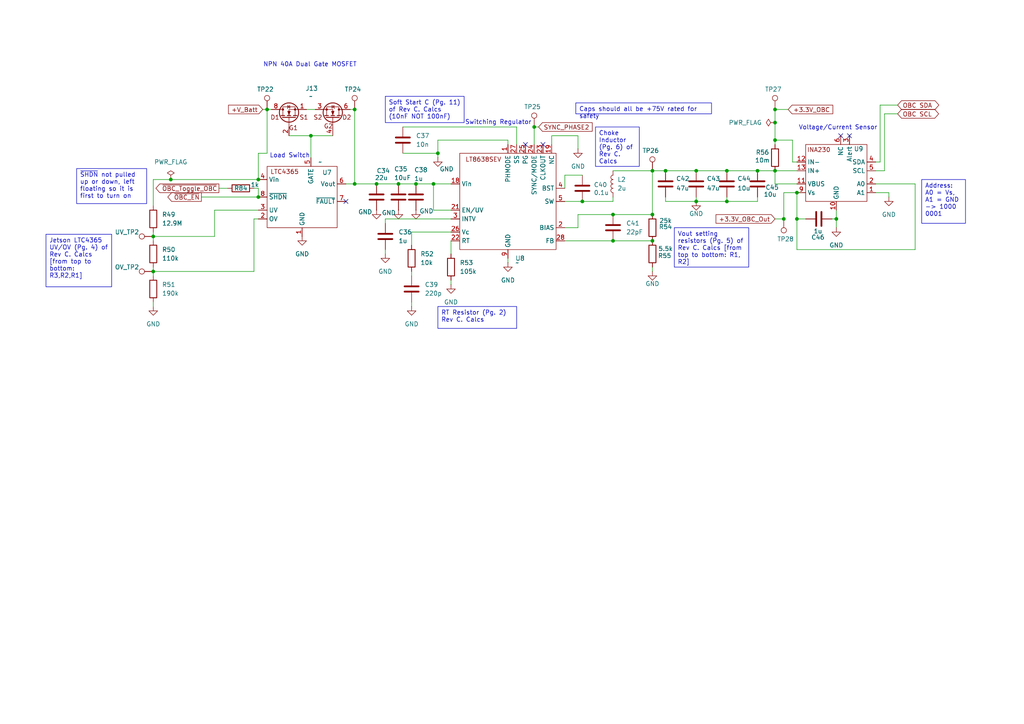
<source format=kicad_sch>
(kicad_sch (version 20250114) (generator "eeschema") (generator_version "9.0")
  (paper "A4")
  (lib_symbols
    (symbol "Connector:TestPoint" (pin_numbers (hide yes)) (pin_names (offset 0.762) (hide yes))
      (property "Reference" "TP" (at 0 6.858 0))
      (property "Value" "TestPoint" (at 0 5.08 0))
      (symbol "TestPoint_0_1"
        (circle (center 0 3.302) (radius 0.762))
      )
      (symbol "TestPoint_1_1"
        (pin passive line (at 0 0 90) (length 2.54) (name "1") (number "1"))
      )
    )
    (symbol "Device:C" (pin_numbers (hide yes)) (pin_names (offset 0.254))
      (property "Reference" "C" (at 0.635 2.54 0))
      (property "Value" "C" (at 0.635 -2.54 0))
      (symbol "C_0_1"
        (polyline (pts (xy -2.032 0.762) (xy 2.032 0.762)) (stroke (width 0.508)))
        (polyline (pts (xy -2.032 -0.762) (xy 2.032 -0.762)) (stroke (width 0.508)))
      )
      (symbol "C_1_1"
        (pin passive line (at 0 3.81 270) (length 2.794) (name "~") (number "1"))
        (pin passive line (at 0 -3.81 90) (length 2.794) (name "~") (number "2"))
      )
    )
    (symbol "Device:L" (pin_numbers (hide yes)) (pin_names (offset 1.016) (hide yes))
      (property "Reference" "L" (at -1.27 0 90))
      (property "Value" "L" (at 1.905 0 90))
      (symbol "L_0_1"
        (arc (start 0 2.54) (mid 0.6323 1.905) (end 0 1.27))
        (arc (start 0 1.27) (mid 0.6323 0.635) (end 0 0))
        (arc (start 0 0) (mid 0.6323 -0.635) (end 0 -1.27))
        (arc (start 0 -1.27) (mid 0.6323 -1.905) (end 0 -2.54))
      )
      (symbol "L_1_1"
        (pin passive line (at 0 3.81 270) (length 1.27) (name "1") (number "1"))
        (pin passive line (at 0 -3.81 90) (length 1.27) (name "2") (number "2"))
      )
    )
    (symbol "Device:R" (pin_numbers (hide yes)) (pin_names (offset 0))
      (property "Reference" "R" (at 2.032 0 90))
      (property "Value" "R" (at 0 0 90))
      (symbol "R_0_1"
        (rectangle (start -1.016 -2.54) (end 1.016 2.54) (stroke (width 0.254)))
      )
      (symbol "R_1_1"
        (pin passive line (at 0 3.81 270) (length 1.27) (name "~") (number "1"))
        (pin passive line (at 0 -3.81 90) (length 1.27) (name "~") (number "2"))
      )
    )
    (symbol "INA230:INA230 [RGT PACKAGE]"
      (property "Reference" "U" (at 7.62 7.62 0))
      (property "Value" "INA230" (at 0 0 0))
      (symbol "INA230 [RGT PACKAGE]_0_1"
        (rectangle (start -8.89 8.89) (end 8.89 -7.62))
      )
      (symbol "INA230 [RGT PACKAGE]_1_1"
        (text "INA230" (at -5.08 7.366 0) (effects (font (size 1.27 1.27))))
        (pin input line (at -11.43 3.81 0) (length 2.54) (name "IN-") (number "12"))
        (pin input line (at -11.43 1.27 0) (length 2.54) (name "IN+") (number "13"))
        (pin input line (at -11.43 -2.54 0) (length 2.54) (name "VBUS") (number "11"))
        (pin power_in line (at -11.43 -5.08 0) (length 2.54) (name "Vs") (number "9"))
        (pin power_in line (at 0 -10.16 90) (length 2.54) (name "GND") (number "10"))
        (pin passive line (at 1.27 11.43 270) (length 2.54) (name "NC") (number "6"))
        (pin output line (at 3.81 11.43 270) (length 2.54) (name "Alert") (number "3"))
        (pin bidirectional line (at 11.43 3.81 180) (length 2.54) (name "SDA") (number "4"))
        (pin bidirectional line (at 11.43 1.27 180) (length 2.54) (name "SCL") (number "5"))
        (pin input line (at 11.43 -2.54 180) (length 2.54) (name "A0") (number "2"))
        (pin input line (at 11.43 -5.08 180) (length 2.54) (name "A1") (number "1"))
      )
    )
    (symbol "LT8638SEV#PBF:LT863SEV#PBF"
      (property "Reference" "U" (at 12.954 -2.286 0))
      (symbol "LT863SEV#PBF_0_1"
        (rectangle (start -13.97 15.24) (end 13.97 -12.7))
      )
      (symbol "LT863SEV#PBF_1_1"
        (text "LT8638SEV\n" (at -7.112 13.462 0) (effects (font (size 1.27 1.27))))
        (pin power_in line (at -16.51 6.35 0) (length 2.54) (name "Vin") (number "18"))
        (pin input line (at -16.51 -1.27 0) (length 2.54) (name "EN/UV") (number "21"))
        (pin input line (at -16.51 -3.81 0) (length 2.54) (name "INTV") (number "3"))
        (pin input line (at -16.51 -7.62 0) (length 2.54) (name "Vc") (number "26"))
        (pin passive line (at -16.51 -10.16 0) (length 2.54) (name "RT") (number "22"))
        (pin passive line (at 0 17.78 270) (length 2.54) (name "PHMODE") (number "1"))
        (pin power_in line (at 0 -15.24 90) (length 2.54) (name "GND") (number "9"))
        (pin passive line (at 2.54 17.78 270) (length 2.54) (name "SS") (number "27"))
        (pin passive line (at 5.08 17.78 270) (length 2.54) (name "PG") (number "25"))
        (pin passive line (at 7.62 17.78 270) (length 2.54) (name "SYNC/MODE") (number "24"))
        (pin passive line (at 10.16 17.78 270) (length 2.54) (name "CLKOUT") (number "23"))
        (pin passive line (at 12.7 17.78 270) (length 2.54) (name "NC") (number "19"))
        (pin power_out line (at 16.51 5.08 180) (length 2.54) (name "BST") (number "4"))
        (pin power_out line (at 16.51 1.27 180) (length 2.54) (name "SW") (number "5"))
        (pin power_out line (at 16.51 -6.35 180) (length 2.54) (name "BIAS") (number "2"))
        (pin power_out line (at 16.51 -10.16 180) (length 2.54) (name "FB") (number "28"))
      )
    )
    (symbol "LTC4365:LTC4365"
      (property "Reference" "U" (at 7.874 -7.874 0))
      (symbol "LTC4365_0_1"
        (rectangle (start -11.43 8.89) (end 8.89 -8.89))
      )
      (symbol "LTC4365_1_1"
        (text "LTC4365\n" (at -6.35 7.366 0) (effects (font (size 1.27 1.27))))
        (pin power_in line (at -13.97 5.08 0) (length 2.54) (name "Vin") (number "4"))
        (pin passive line (at -13.97 0 0) (length 2.54) (name "~{SHDN}") (number "8"))
        (pin input line (at -13.97 -3.81 0) (length 2.54) (name "UV") (number "3"))
        (pin input line (at -13.97 -6.35 0) (length 2.54) (name "OV") (number "2"))
        (pin power_in line (at -1.27 -11.43 90) (length 2.54) (name "GND") (number "1"))
        (pin output line (at 1.27 11.43 270) (length 2.54) (name "GATE") (number "5"))
        (pin power_out line (at 11.43 3.81 180) (length 2.54) (name "Vout") (number "6"))
        (pin output line (at 11.43 -1.27 180) (length 2.54) (name "~{FAULT}") (number "7"))
      )
    )
    (symbol "SISB46DN:SISB46DN"
      (symbol "SISB46DN_0_1"
        (polyline (pts (xy -8.89 1.27) (xy -8.128 1.27)))
        (polyline (pts (xy -8.636 -0.508) (xy -7.62 -0.508)) (stroke (width 0.254)))
        (polyline (pts (xy -8.255 -1.016) (xy -4.445 -1.016)) (stroke (width 0.254)))
        (circle (center -8.128 1.27) (radius 0.254) (fill (type outline)))
        (polyline (pts (xy -6.858 1.524) (xy -6.731 1.651) (xy -6.731 2.413) (xy -6.604 2.54)))
        (polyline (pts (xy -6.858 -0.508) (xy -5.842 -0.508)) (stroke (width 0.254)))
        (polyline (pts (xy -6.731 2.032) (xy -6.096 1.651) (xy -6.096 2.413) (xy -6.731 2.032)))
        (circle (center -6.35 0.381) (radius 2.794) (stroke (width 0.254)))
        (polyline (pts (xy -6.35 -0.254) (xy -6.731 0.762) (xy -5.969 0.762) (xy -6.35 -0.254)) (fill (type outline)))
        (polyline (pts (xy -6.35 -1.016) (xy -6.35 -3.81)))
        (polyline (pts (xy -5.08 -0.508) (xy -4.064 -0.508)) (stroke (width 0.254)))
        (circle (center -4.572 1.27) (radius 0.254) (fill (type outline)))
        (polyline (pts (xy -4.572 -0.508) (xy -4.572 2.032) (xy -8.128 2.032) (xy -8.128 -0.508)))
        (polyline (pts (xy -3.81 1.27) (xy -6.35 1.27) (xy -6.35 -0.508)))
        (polyline (pts (xy 3.81 1.27) (xy 6.35 1.27) (xy 6.35 -0.508)))
        (circle (center 4.572 1.27) (radius 0.254) (fill (type outline)))
        (polyline (pts (xy 4.572 -0.508) (xy 4.572 2.032) (xy 8.128 2.032) (xy 8.128 -0.508)))
        (polyline (pts (xy 5.08 -0.508) (xy 4.064 -0.508)) (stroke (width 0.254)))
        (circle (center 6.35 0.381) (radius 2.794) (stroke (width 0.254)))
        (polyline (pts (xy 6.35 -0.254) (xy 6.731 0.762) (xy 5.969 0.762) (xy 6.35 -0.254)) (fill (type outline)))
        (polyline (pts (xy 6.35 -1.016) (xy 6.35 -3.81)))
        (polyline (pts (xy 6.731 2.032) (xy 6.096 1.651) (xy 6.096 2.413) (xy 6.731 2.032)))
        (polyline (pts (xy 6.858 1.524) (xy 6.731 1.651) (xy 6.731 2.413) (xy 6.604 2.54)))
        (polyline (pts (xy 6.858 -0.508) (xy 5.842 -0.508)) (stroke (width 0.254)))
        (circle (center 8.128 1.27) (radius 0.254) (fill (type outline)))
        (polyline (pts (xy 8.255 -1.016) (xy 4.445 -1.016)) (stroke (width 0.254)))
        (polyline (pts (xy 8.636 -0.508) (xy 7.62 -0.508)) (stroke (width 0.254)))
        (polyline (pts (xy 8.89 1.27) (xy 8.128 1.27)))
      )
      (symbol "SISB46DN_1_1"
        (text "D1" (at -10.414 -1.016 0) (effects (font (size 1.27 1.27))))
        (text "G1" (at -5.08 -4.064 0) (effects (font (size 1.27 1.27))))
        (text "S1" (at -2.032 -1.016 0) (effects (font (size 1.27 1.27))))
        (text "S2" (at 2.032 -1.016 0) (effects (font (size 1.27 1.27))))
        (text "G2" (at 5.08 -3.556 0) (effects (font (size 1.27 1.27))))
        (text "D2" (at 10.414 -1.016 0) (effects (font (size 1.27 1.27))))
        (pin passive line (at -11.43 1.27 0) (length 2.54) (hide yes) (name "") (number "7"))
        (pin passive line (at -11.43 1.27 0) (length 2.54) (name "") (number "8"))
        (pin input line (at -6.35 -6.35 90) (length 2.54) (name "") (number "2"))
        (pin passive line (at -1.27 1.27 180) (length 2.54) (name "") (number "1"))
        (pin passive line (at 1.27 1.27 0) (length 2.54) (name "") (number "3"))
        (pin input line (at 6.35 -6.35 90) (length 2.54) (name "") (number "4"))
        (pin passive line (at 11.43 1.27 180) (length 2.54) (hide yes) (name "") (number "5"))
        (pin passive line (at 11.43 1.27 180) (length 2.54) (name "") (number "6"))
      )
    )
    (symbol "power:GND" (power) (pin_numbers (hide yes)) (pin_names (offset 0) (hide yes))
      (property "Value" "GND" (at 0 -3.81 0))
      (symbol "GND_0_1"
        (polyline (pts (xy 0 0) (xy 0 -1.27) (xy 1.27 -1.27) (xy 0 -2.54) (xy -1.27 -1.27) (xy 0 -1.27)))
      )
      (symbol "GND_1_1"
        (pin power_in line (at 0 0 270) (length 0) (name "~") (number "1"))
      )
    )
    (symbol "power:PWR_FLAG" (power) (pin_numbers (hide yes)) (pin_names (offset 0) (hide yes))
      (property "Value" "PWR_FLAG" (at 0 3.81 0))
      (symbol "PWR_FLAG_0_0"
        (pin power_out line (at 0 0 90) (length 0) (name "~") (number "1"))
      )
      (symbol "PWR_FLAG_0_1"
        (polyline (pts (xy 0 0) (xy 0 1.27) (xy -1.016 1.905) (xy 0 2.54) (xy 1.016 1.905) (xy 0 1.27)))
      )
    )
  )
  (text "Switching Regulator" (at 144.526 35.56 0) (effects (font (size 1.27 1.27))))
  (text "Voltage/Current Sensor" (at 243.078 37.084 0) (effects (font (size 1.27 1.27))))
  (text "NPN 40A Dual Gate MOSFET" (at 89.916 18.796 0) (effects (font (size 1.27 1.27))))
  (text "Load Switch" (at 84.074 45.212 0) (effects (font (size 1.27 1.27))))
  (text_box "Soft Start C (Pg. 11) of Rev C. Calcs (10nF NOT 100nF)" (at 111.76 27.94 0) (size 22.86 7.62) (margins 0.9525 0.9525 0.9525 0.9525) (effects (font (size 1.27 1.27)) (justify left top)))
  (text_box "~{SHDN} not pulled up or down, left floating so it is first to turn on" (at 22.225 48.895 0) (size 20.32 10.16) (margins 0.9525 0.9525 0.9525 0.9525) (effects (font (size 1.27 1.27)) (justify left top)))
  (text_box "RT Resistor (Pg. 2) Rev C. Calcs" (at 127 88.9 0) (size 22.86 6.35) (margins 0.9525 0.9525 0.9525 0.9525) (effects (font (size 1.27 1.27)) (justify left top)))
  (text_box "Choke Inductor (Pg. 6) of Rev C. Calcs" (at 172.72 36.83 0) (size 12.7 11.43) (margins 0.9525 0.9525 0.9525 0.9525) (effects (font (size 1.27 1.27)) (justify left top)))
  (text_box "Vout setting resistors (Pg. 5) of Rev C. Calcs [from top to bottom: R1, R2]" (at 195.58 66.04 0) (size 21.59 11.43) (margins 0.9525 0.9525 0.9525 0.9525) (effects (font (size 1.27 1.27)) (justify left top)))
  (text_box "Jetson LTC4365 UV/OV (Pg. 4) of Rev C. Calcs [from top to bottom: R3,R2,R1]" (at 13.335 67.945 0) (size 19.05 15.24) (margins 0.9525 0.9525 0.9525 0.9525) (effects (font (size 1.27 1.27)) (justify left top)))
  (text_box "Caps should all be +75V rated for safety" (at 167.005 29.845 0) (size 39.37 3.175) (margins 0.9525 0.9525 0.9525 0.9525) (effects (font (size 1.27 1.27)) (justify left top)))
  (text_box "Address: A0 = Vs, A1 = GND -> 1000 0001\n" (at 267.335 52.07 0) (size 12.7 12.7) (margins 0.9525 0.9525 0.9525 0.9525) (effects (font (size 1.27 1.27)) (justify left top)))
  (junction (at 102.87 31.75))
  (junction (at 219.71 49.53))
  (junction (at 44.45 68.58))
  (junction (at 210.82 49.53))
  (junction (at 242.57 63.5))
  (junction (at 189.23 62.23))
  (junction (at 102.87 53.34))
  (junction (at 77.47 31.75))
  (junction (at 227.33 63.5))
  (junction (at 74.93 52.07))
  (junction (at 44.45 78.74))
  (junction (at 177.8 62.23))
  (junction (at 90.17 39.37))
  (junction (at 120.65 53.34))
  (junction (at 231.14 63.5))
  (junction (at 210.82 58.42))
  (junction (at 201.93 58.42))
  (junction (at 224.79 31.75))
  (junction (at 201.93 49.53))
  (junction (at 127 44.45))
  (junction (at 125.73 53.34))
  (junction (at 224.79 35.56))
  (junction (at 189.23 69.85))
  (junction (at 193.04 49.53))
  (junction (at 115.57 53.34))
  (junction (at 109.22 53.34))
  (junction (at 154.94 36.83))
  (junction (at 177.8 69.85))
  (junction (at 224.79 40.64))
  (junction (at 168.91 58.42))
  (junction (at 74.93 57.15))
  (junction (at 231.14 55.88))
  (junction (at 49.53 52.07))
  (junction (at 189.23 49.53))
  (junction (at 224.79 49.53))
  (no_connect (at 243.84 39.37))
  (no_connect (at 152.4 41.91))
  (no_connect (at 157.48 41.91))
  (no_connect (at 100.33 58.42))
  (no_connect (at 246.38 39.37))
  (wire (pts (xy 130.81 67.31) (xy 119.38 67.31)))
  (wire (pts (xy 254 53.34) (xy 265.43 53.34)))
  (wire (pts (xy 210.82 49.53) (xy 219.71 49.53)))
  (wire (pts (xy 76.2 31.75) (xy 77.47 31.75)))
  (wire (pts (xy 62.23 68.58) (xy 44.45 68.58)))
  (wire (pts (xy 77.47 31.75) (xy 78.74 31.75)))
  (wire (pts (xy 62.23 60.96) (xy 74.93 60.96)))
  (wire (pts (xy 120.65 53.34) (xy 125.73 53.34)))
  (wire (pts (xy 130.81 69.85) (xy 130.81 73.66)))
  (wire (pts (xy 227.33 55.88) (xy 231.14 55.88)))
  (wire (pts (xy 163.83 58.42) (xy 168.91 58.42)))
  (wire (pts (xy 160.02 39.37) (xy 167.64 39.37)))
  (wire (pts (xy 167.64 39.37) (xy 167.64 43.18)))
  (wire (pts (xy 119.38 78.74) (xy 119.38 80.01)))
  (wire (pts (xy 256.54 33.02) (xy 260.35 33.02)))
  (wire (pts (xy 44.45 78.74) (xy 44.45 80.01)))
  (wire (pts (xy 156.21 36.83) (xy 154.94 36.83)))
  (wire (pts (xy 201.93 57.15) (xy 201.93 58.42)))
  (wire (pts (xy 147.32 40.64) (xy 147.32 41.91)))
  (wire (pts (xy 189.23 49.53) (xy 189.23 62.23)))
  (wire (pts (xy 58.42 57.15) (xy 74.93 57.15)))
  (wire (pts (xy 111.76 63.5) (xy 130.81 63.5)))
  (wire (pts (xy 229.87 46.99) (xy 231.14 46.99)))
  (wire (pts (xy 224.79 35.56) (xy 224.79 31.75)))
  (wire (pts (xy 44.45 52.07) (xy 49.53 52.07)))
  (wire (pts (xy 163.83 66.04) (xy 167.64 66.04)))
  (wire (pts (xy 101.6 31.75) (xy 102.87 31.75)))
  (wire (pts (xy 256.54 49.53) (xy 256.54 33.02)))
  (wire (pts (xy 73.66 63.5) (xy 74.93 63.5)))
  (wire (pts (xy 265.43 72.39) (xy 265.43 53.34)))
  (wire (pts (xy 219.71 49.53) (xy 224.79 49.53)))
  (wire (pts (xy 168.91 58.42) (xy 177.8 58.42)))
  (wire (pts (xy 242.57 63.5) (xy 242.57 60.96)))
  (wire (pts (xy 224.79 49.53) (xy 231.14 49.53)))
  (wire (pts (xy 125.73 60.96) (xy 125.73 53.34)))
  (wire (pts (xy 224.79 40.64) (xy 224.79 35.56)))
  (wire (pts (xy 49.53 52.07) (xy 74.93 52.07)))
  (wire (pts (xy 224.79 40.64) (xy 229.87 40.64)))
  (wire (pts (xy 130.81 60.96) (xy 125.73 60.96)))
  (wire (pts (xy 160.02 41.91) (xy 160.02 39.37)))
  (wire (pts (xy 88.9 31.75) (xy 91.44 31.75)))
  (wire (pts (xy 111.76 64.77) (xy 111.76 63.5)))
  (wire (pts (xy 219.71 58.42) (xy 219.71 57.15)))
  (wire (pts (xy 224.79 49.53) (xy 224.79 53.34)))
  (wire (pts (xy 102.87 31.75) (xy 102.87 53.34)))
  (wire (pts (xy 193.04 49.53) (xy 201.93 49.53)))
  (wire (pts (xy 224.79 63.5) (xy 227.33 63.5)))
  (wire (pts (xy 77.47 44.45) (xy 74.93 44.45)))
  (wire (pts (xy 224.79 31.75) (xy 228.6 31.75)))
  (wire (pts (xy 90.17 39.37) (xy 96.52 39.37)))
  (wire (pts (xy 119.38 87.63) (xy 119.38 88.9)))
  (wire (pts (xy 224.79 40.64) (xy 224.79 41.91)))
  (wire (pts (xy 224.79 53.34) (xy 231.14 53.34)))
  (wire (pts (xy 254 55.88) (xy 257.81 55.88)))
  (wire (pts (xy 44.45 67.31) (xy 44.45 68.58)))
  (wire (pts (xy 231.14 63.5) (xy 231.14 72.39)))
  (wire (pts (xy 44.45 87.63) (xy 44.45 88.9)))
  (wire (pts (xy 44.45 77.47) (xy 44.45 78.74)))
  (wire (pts (xy 241.3 63.5) (xy 242.57 63.5)))
  (wire (pts (xy 229.87 40.64) (xy 229.87 46.99)))
  (wire (pts (xy 74.93 44.45) (xy 74.93 52.07)))
  (wire (pts (xy 227.33 63.5) (xy 227.33 55.88)))
  (wire (pts (xy 127 40.64) (xy 127 44.45)))
  (wire (pts (xy 62.23 60.96) (xy 62.23 68.58)))
  (wire (pts (xy 255.27 30.48) (xy 260.35 30.48)))
  (wire (pts (xy 127 45.72) (xy 127 44.45)))
  (wire (pts (xy 147.32 40.64) (xy 127 40.64)))
  (wire (pts (xy 254 49.53) (xy 256.54 49.53)))
  (wire (pts (xy 189.23 49.53) (xy 177.8 49.53)))
  (wire (pts (xy 73.66 78.74) (xy 73.66 63.5)))
  (wire (pts (xy 149.86 36.83) (xy 116.84 36.83)))
  (wire (pts (xy 44.45 68.58) (xy 44.45 69.85)))
  (wire (pts (xy 77.47 31.75) (xy 77.47 44.45)))
  (wire (pts (xy 210.82 57.15) (xy 210.82 58.42)))
  (wire (pts (xy 193.04 57.15) (xy 193.04 58.42)))
  (wire (pts (xy 189.23 78.74) (xy 189.23 77.47)))
  (wire (pts (xy 163.83 50.8) (xy 168.91 50.8)))
  (wire (pts (xy 154.94 36.83) (xy 154.94 41.91)))
  (wire (pts (xy 44.45 78.74) (xy 73.66 78.74)))
  (wire (pts (xy 167.64 62.23) (xy 167.64 66.04)))
  (wire (pts (xy 116.84 44.45) (xy 127 44.45)))
  (wire (pts (xy 231.14 55.88) (xy 231.14 63.5)))
  (wire (pts (xy 231.14 72.39) (xy 265.43 72.39)))
  (wire (pts (xy 102.87 53.34) (xy 109.22 53.34)))
  (wire (pts (xy 210.82 58.42) (xy 219.71 58.42)))
  (wire (pts (xy 149.86 41.91) (xy 149.86 36.83)))
  (wire (pts (xy 163.83 54.61) (xy 163.83 50.8)))
  (wire (pts (xy 201.93 58.42) (xy 210.82 58.42)))
  (wire (pts (xy 100.33 53.34) (xy 102.87 53.34)))
  (wire (pts (xy 201.93 49.53) (xy 210.82 49.53)))
  (wire (pts (xy 189.23 49.53) (xy 193.04 49.53)))
  (wire (pts (xy 83.82 39.37) (xy 90.17 39.37)))
  (wire (pts (xy 257.81 55.88) (xy 257.81 57.15)))
  (wire (pts (xy 177.8 62.23) (xy 189.23 62.23)))
  (wire (pts (xy 44.45 52.07) (xy 44.45 59.69)))
  (wire (pts (xy 167.64 62.23) (xy 177.8 62.23)))
  (wire (pts (xy 193.04 58.42) (xy 201.93 58.42)))
  (wire (pts (xy 254 46.99) (xy 255.27 46.99)))
  (wire (pts (xy 130.81 81.28) (xy 130.81 82.55)))
  (wire (pts (xy 125.73 53.34) (xy 130.81 53.34)))
  (wire (pts (xy 109.22 53.34) (xy 115.57 53.34)))
  (wire (pts (xy 90.17 39.37) (xy 90.17 45.72)))
  (wire (pts (xy 63.5 54.61) (xy 66.04 54.61)))
  (wire (pts (xy 231.14 63.5) (xy 233.68 63.5)))
  (wire (pts (xy 177.8 58.42) (xy 177.8 57.15)))
  (wire (pts (xy 147.32 74.93) (xy 147.32 76.2)))
  (wire (pts (xy 74.93 54.61) (xy 74.93 57.15)))
  (wire (pts (xy 111.76 72.39) (xy 111.76 73.66)))
  (wire (pts (xy 177.8 69.85) (xy 189.23 69.85)))
  (wire (pts (xy 242.57 66.04) (xy 242.57 63.5)))
  (wire (pts (xy 163.83 69.85) (xy 177.8 69.85)))
  (wire (pts (xy 115.57 53.34) (xy 120.65 53.34)))
  (wire (pts (xy 119.38 67.31) (xy 119.38 71.12)))
  (wire (pts (xy 255.27 46.99) (xy 255.27 30.48)))
  (wire (pts (xy 73.66 54.61) (xy 74.93 54.61)))
  (global_label "SYNC_PHASE2" (shape input) (at 156.21 36.83 0) (property "Intersheetrefs" "${INTERSHEET_REFS}" (effects (hide yes))))
  (global_label "~{OBC_Toggle_OBC}" (shape output) (at 63.5 54.61 180) (property "Intersheetrefs" "${INTERSHEET_REFS}" (effects (hide yes))))
  (global_label "+3.3V_OBC_Out" (shape input) (at 224.79 63.5 180) (property "Intersheetrefs" "${INTERSHEET_REFS}" (effects (hide yes))))
  (global_label "OBC SDA" (shape bidirectional) (at 260.35 30.48 0) (property "Intersheetrefs" "${INTERSHEET_REFS}" (effects (hide yes))))
  (global_label "OBC SCL" (shape bidirectional) (at 260.35 33.02 0) (property "Intersheetrefs" "${INTERSHEET_REFS}" (effects (hide yes))))
  (global_label "~{OBC_EN}" (shape output) (at 58.42 57.15 180) (property "Intersheetrefs" "${INTERSHEET_REFS}" (effects (hide yes))))
  (global_label "+3.3V_OBC" (shape input) (at 228.6 31.75 0) (property "Intersheetrefs" "${INTERSHEET_REFS}" (effects (hide yes))))
  (global_label "+V_Batt" (shape input) (at 76.2 31.75 180) (property "Intersheetrefs" "${INTERSHEET_REFS}" (effects (hide yes))))
  (symbol (lib_id "power:GND") (at 119.38 88.9 0) (unit 1)
    (property "Reference" "#PWR050" (effects (hide yes)))
    (property "Value" "GND" (at 119.38 93.98 0))
    (property "Description" "Power symbol creates a global label with name \"GND\" , ground" (effects (hide yes)))
  )
  (symbol (lib_id "Connector:TestPoint") (at 189.23 49.53 0) (unit 1)
    (property "Reference" "TP26" (at 188.722 43.688 0))
    (property "Value" "TestPoint" (effects (hide yes)))
    (property "Footprint" "TestPoint:TestPoint_Pad_1.0x1.0mm" (effects (hide yes)))
    (property "Description" "test point" (effects (hide yes)))
  )
  (symbol (lib_id "power:GND") (at 111.76 73.66 0) (unit 1)
    (property "Reference" "#PWR048" (effects (hide yes)))
    (property "Value" "GND" (at 111.76 78.74 0))
    (property "Description" "Power symbol creates a global label with name \"GND\" , ground" (effects (hide yes)))
  )
  (symbol (lib_id "LT8638SEV#PBF:LT863SEV#PBF") (at 147.32 59.69 0) (unit 1)
    (property "Reference" "U8" (at 149.4633 74.93 0) (effects (justify left)))
    (property "Value" "~" (at 149.4633 76.2 0) (effects (justify left)))
    (property "Footprint" "RevC Footprints:LT8638SEVPBF" (effects (hide yes)))
    (property "Datasheet" "https://www.mouser.com/datasheet/2/609/lt8638s-2301712.pdf" (effects (hide yes)))
    (property "Description" "42V, 10A/12A Peak Synchronous Step-Down Silent Switcher 2" (effects (hide yes)))
  )
  (symbol (lib_id "Device:C") (at 120.65 57.15 0) (unit 1)
    (property "Reference" "C38" (at 120.142 49.276 0) (effects (justify left)))
    (property "Value" "1u" (at 120.142 51.816 0) (effects (justify left)))
    (property "Footprint" "Capacitor_SMD:C_1210_3225Metric" (effects (hide yes)))
    (property "Description" "Unpolarized capacitor" (effects (hide yes)))
  )
  (symbol (lib_id "power:GND") (at 130.81 82.55 0) (unit 1)
    (property "Reference" "#PWR052" (effects (hide yes)))
    (property "Value" "GND" (at 130.81 87.63 0))
    (property "Description" "Power symbol creates a global label with name \"GND\" , ground" (effects (hide yes)))
  )
  (symbol (lib_id "SISB46DN:SISB46DN") (at 90.17 33.02 0) (unit 1)
    (property "Reference" "J13" (at 90.424 25.654 0))
    (property "Value" "~" (at 90.17 27.94 0))
    (property "Footprint" "RevC Footprints:SISB46DN-T1-GE3" (effects (hide yes)))
    (property "Datasheet" "https://www.vishay.com/docs/76655/sisb46dn.pdf" (effects (hide yes)))
    (property "Description" "Dual N-Channel 40V (D-S) MOSFET" (effects (hide yes)))
  )
  (symbol (lib_id "power:GND") (at 167.64 43.18 0) (unit 1)
    (property "Reference" "#PWR054" (effects (hide yes)))
    (property "Value" "GND" (at 167.64 48.26 0))
    (property "Description" "Power symbol creates a global label with name \"GND\" , ground" (effects (hide yes)))
  )
  (symbol (lib_id "Device:C") (at 168.91 54.61 0) (unit 1)
    (property "Reference" "C40" (at 172.212 53.594 0) (effects (justify left)))
    (property "Value" "0.1u" (at 172.212 55.88 0) (effects (justify left)))
    (property "Footprint" "Capacitor_SMD:C_1210_3225Metric" (effects (hide yes)))
    (property "Description" "Unpolarized capacitor" (effects (hide yes)))
  )
  (symbol (lib_id "power:PWR_FLAG") (at 224.79 35.56 90) (unit 1)
    (property "Reference" "#FLG010" (effects (hide yes)))
    (property "Value" "PWR_FLAG" (at 220.98 35.5599 90) (effects (justify left)))
    (property "Description" "Special symbol for telling ERC where power comes from" (effects (hide yes)))
  )
  (symbol (lib_id "Device:C") (at 109.22 57.15 0) (unit 1)
    (property "Reference" "C34" (at 109.22 49.53 0) (effects (justify left)))
    (property "Value" "22u" (at 108.712 51.562 0) (effects (justify left)))
    (property "Footprint" "Capacitor_SMD:C_1210_3225Metric" (effects (hide yes)))
    (property "Description" "Unpolarized capacitor" (effects (hide yes)))
  )
  (symbol (lib_id "power:GND") (at 147.32 76.2 0) (unit 1)
    (property "Reference" "#PWR053" (effects (hide yes)))
    (property "Value" "GND" (at 147.32 81.28 0))
    (property "Description" "Power symbol creates a global label with name \"GND\" , ground" (effects (hide yes)))
  )
  (symbol (lib_id "Connector:TestPoint") (at 224.79 31.75 0) (unit 1)
    (property "Reference" "TP27" (at 224.282 25.908 0))
    (property "Value" "TestPoint" (effects (hide yes)))
    (property "Footprint" "TestPoint:TestPoint_Pad_1.0x1.0mm" (effects (hide yes)))
    (property "Description" "test point" (effects (hide yes)))
  )
  (symbol (lib_id "Connector:TestPoint") (at 227.33 63.5 180) (unit 1)
    (property "Reference" "TP28" (at 227.838 69.342 0))
    (property "Value" "TestPoint" (effects (hide yes)))
    (property "Footprint" "TestPoint:TestPoint_Pad_1.0x1.0mm" (effects (hide yes)))
    (property "Description" "test point" (effects (hide yes)))
  )
  (symbol (lib_id "Device:C") (at 201.93 53.34 0) (unit 1)
    (property "Reference" "C43" (at 204.978 51.816 0) (effects (justify left)))
    (property "Value" "47u" (at 204.978 54.61 0) (effects (justify left)))
    (property "Footprint" "Capacitor_SMD:C_1210_3225Metric" (effects (hide yes)))
    (property "Description" "Unpolarized capacitor" (effects (hide yes)))
  )
  (symbol (lib_id "Connector:TestPoint") (at 44.45 78.74 90) (unit 1)
    (property "Reference" "OV_TP2" (at 36.83 77.47 90))
    (property "Value" "TestPoint" (effects (hide yes)))
    (property "Footprint" "TestPoint:TestPoint_Pad_1.0x1.0mm" (effects (hide yes)))
    (property "Description" "test point" (effects (hide yes)))
  )
  (symbol (lib_id "Connector:TestPoint") (at 154.94 36.83 0) (unit 1)
    (property "Reference" "TP25" (at 154.432 30.988 0))
    (property "Value" "TestPoint" (effects (hide yes)))
    (property "Footprint" "TestPoint:TestPoint_Pad_1.0x1.0mm" (effects (hide yes)))
    (property "Description" "test point" (effects (hide yes)))
  )
  (symbol (lib_id "Device:C") (at 177.8 66.04 0) (unit 1)
    (property "Reference" "C41" (at 181.61 64.7699 0) (effects (justify left)))
    (property "Value" "22pF" (at 181.61 67.3099 0) (effects (justify left)))
    (property "Footprint" "Capacitor_SMD:C_1210_3225Metric" (effects (hide yes)))
    (property "Description" "Unpolarized capacitor" (effects (hide yes)))
  )
  (symbol (lib_id "power:GND") (at 120.65 60.96 0) (unit 1)
    (property "Reference" "#PWR049" (effects (hide yes)))
    (property "Value" "GND" (at 123.698 61.214 0))
    (property "Description" "Power symbol creates a global label with name \"GND\" , ground" (effects (hide yes)))
  )
  (symbol (lib_id "Connector:TestPoint") (at 44.45 68.58 90) (unit 1)
    (property "Reference" "UV_TP2" (at 36.83 67.31 90))
    (property "Value" "TestPoint" (effects (hide yes)))
    (property "Footprint" "TestPoint:TestPoint_Pad_1.0x1.0mm" (effects (hide yes)))
    (property "Description" "test point" (effects (hide yes)))
  )
  (symbol (lib_id "power:GND") (at 127 45.72 0) (unit 1)
    (property "Reference" "#PWR051" (effects (hide yes)))
    (property "Value" "GND" (at 129.54 49.022 0))
    (property "Description" "Power symbol creates a global label with name \"GND\" , ground" (effects (hide yes)))
  )
  (symbol (lib_id "power:PWR_FLAG") (at 49.53 52.07 0) (unit 1)
    (property "Reference" "#FLG09" (effects (hide yes)))
    (property "Value" "PWR_FLAG" (at 49.53 46.99 0))
    (property "Description" "Special symbol for telling ERC where power comes from" (effects (hide yes)))
  )
  (symbol (lib_id "Device:C") (at 210.82 53.34 0) (unit 1)
    (property "Reference" "C44" (at 213.868 51.816 0) (effects (justify left)))
    (property "Value" "10u" (at 213.868 54.61 0) (effects (justify left)))
    (property "Footprint" "Capacitor_SMD:C_1210_3225Metric" (effects (hide yes)))
    (property "Description" "Unpolarized capacitor" (effects (hide yes)))
  )
  (symbol (lib_id "Device:R") (at 224.79 45.72 0) (unit 1)
    (property "Reference" "R56" (at 219.202 44.196 0) (effects (justify left)))
    (property "Value" "10m" (at 218.948 46.482 0) (effects (justify left)))
    (property "Footprint" "Resistor_SMD:R_0603_1608Metric" (effects (hide yes)))
    (property "Description" "Resistor" (effects (hide yes)))
  )
  (symbol (lib_id "power:GND") (at 242.57 66.04 0) (unit 1)
    (property "Reference" "#PWR057" (effects (hide yes)))
    (property "Value" "GND" (at 242.57 71.12 0))
    (property "Description" "Power symbol creates a global label with name \"GND\" , ground" (effects (hide yes)))
  )
  (symbol (lib_id "Device:R") (at 69.85 54.61 90) (unit 1)
    (property "Reference" "R84" (at 69.85 54.61 90))
    (property "Value" "1k" (at 73.914 53.594 90))
    (property "Footprint" "Resistor_SMD:R_0603_1608Metric" (effects (hide yes)))
    (property "Description" "Resistor" (effects (hide yes)))
  )
  (symbol (lib_id "power:GND") (at 257.81 57.15 0) (unit 1)
    (property "Reference" "#PWR058" (effects (hide yes)))
    (property "Value" "GND" (at 257.81 62.23 0))
    (property "Description" "Power symbol creates a global label with name \"GND\" , ground" (effects (hide yes)))
  )
  (symbol (lib_id "LTC4365:LTC4365") (at 88.9 57.15 0) (unit 1)
    (property "Reference" "U7" (at 93.472 50.038 0) (effects (justify left)))
    (property "Value" "~" (at 92.3133 46.99 0) (effects (justify left)))
    (property "Footprint" "RevC Footprints:LTC4365" (effects (hide yes)))
    (property "Datasheet" "https://www.analog.com/media/en/technical-documentation/data-sheets/LTC4365.pdf" (effects (hide yes)))
    (property "Description" "Overvoltage, Undervoltage and Reverse Supply Protection Controller" (effects (hide yes)))
  )
  (symbol (lib_id "Device:C") (at 237.49 63.5 270) (unit 1)
    (property "Reference" "C46" (at 237.236 68.834 90))
    (property "Value" "1u" (at 237.236 67.056 90))
    (property "Footprint" "Capacitor_SMD:C_1210_3225Metric" (effects (hide yes)))
    (property "Description" "Unpolarized capacitor" (effects (hide yes)))
  )
  (symbol (lib_id "Device:L") (at 177.8 53.34 180) (unit 1)
    (property "Reference" "L2" (at 179.07 52.0699 0) (effects (justify right)))
    (property "Value" "2u" (at 179.07 54.6099 0) (effects (justify right)))
    (property "Footprint" "RevC Footprints:XEL6030102MEC" (effects (hide yes)))
    (property "Datasheet" "https://www.coilcraft.com/en-us/products/power/shielded-inductors/molded-inductor/xel/xel6030/?srsltid=AfmBOoqxe6hS-AVIr3woqGFRZjt3QaXyQi86MwGE0zvqKz2AENsjz4RA" (effects (hide yes)))
    (property "Description" "Coilcraft XEL6030-102 Power Inductor" (effects (hide yes)))
  )
  (symbol (lib_id "Device:C") (at 193.04 53.34 0) (unit 1)
    (property "Reference" "C42" (at 196.088 51.816 0) (effects (justify left)))
    (property "Value" "47u" (at 196.088 54.61 0) (effects (justify left)))
    (property "Footprint" "Capacitor_SMD:C_1210_3225Metric" (effects (hide yes)))
    (property "Description" "Unpolarized capacitor" (effects (hide yes)))
  )
  (symbol (lib_id "power:GND") (at 109.22 60.96 0) (unit 1)
    (property "Reference" "#PWR046" (effects (hide yes)))
    (property "Value" "GND" (at 105.918 61.468 0))
    (property "Description" "Power symbol creates a global label with name \"GND\" , ground" (effects (hide yes)))
  )
  (symbol (lib_id "Device:C") (at 116.84 40.64 0) (unit 1)
    (property "Reference" "C37" (at 120.65 39.3699 0) (effects (justify left)))
    (property "Value" "10n" (at 120.65 41.9099 0) (effects (justify left)))
    (property "Footprint" "Capacitor_SMD:C_1210_3225Metric" (effects (hide yes)))
    (property "Description" "Unpolarized capacitor" (effects (hide yes)))
  )
  (symbol (lib_id "power:GND") (at 201.93 58.42 0) (unit 1)
    (property "Reference" "#PWR056" (effects (hide yes)))
    (property "Value" "GND" (at 201.93 61.976 0))
    (property "Description" "Power symbol creates a global label with name \"GND\" , ground" (effects (hide yes)))
  )
  (symbol (lib_id "Device:R") (at 119.38 74.93 0) (unit 1)
    (property "Reference" "R52" (at 121.92 73.6599 0) (effects (justify left)))
    (property "Value" "10k" (at 121.92 76.1999 0) (effects (justify left)))
    (property "Footprint" "Resistor_SMD:R_0603_1608Metric" (effects (hide yes)))
    (property "Description" "Resistor" (effects (hide yes)))
  )
  (symbol (lib_id "Device:R") (at 44.45 83.82 0) (unit 1)
    (property "Reference" "R51" (at 46.99 82.5499 0) (effects (justify left)))
    (property "Value" "190k" (at 46.99 85.0899 0) (effects (justify left)))
    (property "Footprint" "Resistor_SMD:R_0603_1608Metric" (effects (hide yes)))
    (property "Description" "Resistor" (effects (hide yes)))
  )
  (symbol (lib_id "Device:C") (at 111.76 68.58 0) (unit 1)
    (property "Reference" "C36" (at 115.57 67.3099 0) (effects (justify left)))
    (property "Value" "1u" (at 115.57 69.8499 0) (effects (justify left)))
    (property "Footprint" "Capacitor_SMD:C_1210_3225Metric" (effects (hide yes)))
    (property "Description" "Unpolarized capacitor" (effects (hide yes)))
  )
  (symbol (lib_id "Device:C") (at 219.71 53.34 0) (unit 1)
    (property "Reference" "C45" (at 221.996 54.356 0) (effects (justify left)))
    (property "Value" "10u" (at 221.488 56.388 0) (effects (justify left)))
    (property "Footprint" "Capacitor_SMD:C_1210_3225Metric" (effects (hide yes)))
    (property "Description" "Unpolarized capacitor" (effects (hide yes)))
  )
  (symbol (lib_id "Device:R") (at 44.45 63.5 0) (unit 1)
    (property "Reference" "R49" (at 46.99 62.2299 0) (effects (justify left)))
    (property "Value" "12.9M" (at 46.99 64.7699 0) (effects (justify left)))
    (property "Footprint" "Resistor_SMD:R_0603_1608Metric" (effects (hide yes)))
    (property "Description" "Resistor" (effects (hide yes)))
  )
  (symbol (lib_id "power:GND") (at 87.63 68.58 0) (unit 1)
    (property "Reference" "#PWR045" (effects (hide yes)))
    (property "Value" "GND" (at 87.63 73.66 0))
    (property "Description" "Power symbol creates a global label with name \"GND\" , ground" (effects (hide yes)))
  )
  (symbol (lib_id "power:GND") (at 189.23 78.74 0) (unit 1)
    (property "Reference" "#PWR055" (effects (hide yes)))
    (property "Value" "GND" (at 189.23 82.296 0))
    (property "Description" "Power symbol creates a global label with name \"GND\" , ground" (effects (hide yes)))
  )
  (symbol (lib_id "Device:R") (at 189.23 73.66 0) (unit 1)
    (property "Reference" "R55" (at 192.786 74.168 0))
    (property "Value" "5.5k" (at 193.04 72.136 0))
    (property "Footprint" "Resistor_SMD:R_0603_1608Metric" (effects (hide yes)))
    (property "Description" "Resistor" (effects (hide yes)))
  )
  (symbol (lib_id "power:GND") (at 44.45 88.9 0) (unit 1)
    (property "Reference" "#PWR044" (effects (hide yes)))
    (property "Value" "GND" (at 44.45 93.98 0))
    (property "Description" "Power symbol creates a global label with name \"GND\" , ground" (effects (hide yes)))
  )
  (symbol (lib_id "Device:C") (at 119.38 83.82 0) (unit 1)
    (property "Reference" "C39" (at 123.19 82.5499 0) (effects (justify left)))
    (property "Value" "220p" (at 123.19 85.0899 0) (effects (justify left)))
    (property "Footprint" "Capacitor_SMD:C_1210_3225Metric" (effects (hide yes)))
    (property "Description" "Unpolarized capacitor" (effects (hide yes)))
  )
  (symbol (lib_id "Connector:TestPoint") (at 77.47 31.75 0) (unit 1)
    (property "Reference" "TP22" (at 76.962 25.908 0))
    (property "Value" "TestPoint" (effects (hide yes)))
    (property "Footprint" "TestPoint:TestPoint_Pad_1.0x1.0mm" (effects (hide yes)))
    (property "Description" "test point" (effects (hide yes)))
  )
  (symbol (lib_id "Device:R") (at 130.81 77.47 0) (unit 1)
    (property "Reference" "R53" (at 133.35 76.1999 0) (effects (justify left)))
    (property "Value" "105k" (at 133.35 78.7399 0) (effects (justify left)))
    (property "Footprint" "Resistor_SMD:R_0603_1608Metric" (effects (hide yes)))
    (property "Description" "Resistor" (effects (hide yes)))
  )
  (symbol (lib_id "Connector:TestPoint") (at 102.87 31.75 0) (unit 1)
    (property "Reference" "TP24" (at 102.362 25.908 0))
    (property "Value" "TestPoint" (effects (hide yes)))
    (property "Footprint" "TestPoint:TestPoint_Pad_1.0x1.0mm" (effects (hide yes)))
    (property "Description" "test point" (effects (hide yes)))
  )
  (symbol (lib_id "INA230:INA230 [RGT PACKAGE]") (at 242.57 50.8 0) (unit 1)
    (property "Reference" "U9" (at 247.65 43.18 0) (effects (justify left)))
    (property "Value" "INA230" (effects (hide yes)))
    (property "Footprint" "RevC Footprints:INA230AIRGTT" (effects (hide yes)))
    (property "Datasheet" "https://www.ti.com/lit/ds/symlink/ina230.pdf?ts=1739195723292" (effects (hide yes)))
    (property "Description" "INA230 36V, 16-Bit, I2C Output Current, Voltage and Power Monitor With Alert" (effects (hide yes)))
  )
  (symbol (lib_id "power:GND") (at 115.57 60.96 0) (unit 1)
    (property "Reference" "#PWR047" (effects (hide yes)))
    (property "Value" "GND" (at 112.776 61.722 0))
    (property "Description" "Power symbol creates a global label with name \"GND\" , ground" (effects (hide yes)))
  )
  (symbol (lib_id "Device:R") (at 44.45 73.66 0) (unit 1)
    (property "Reference" "R50" (at 46.99 72.3899 0) (effects (justify left)))
    (property "Value" "110k" (at 46.99 74.9299 0) (effects (justify left)))
    (property "Footprint" "Resistor_SMD:R_0603_1608Metric" (effects (hide yes)))
    (property "Description" "Resistor" (effects (hide yes)))
  )
  (symbol (lib_id "Device:R") (at 189.23 66.04 180) (unit 1)
    (property "Reference" "R54" (at 193.04 65.786 0))
    (property "Value" "25k" (at 193.04 64.008 0))
    (property "Footprint" "Resistor_SMD:R_0603_1608Metric" (effects (hide yes)))
    (property "Description" "Resistor" (effects (hide yes)))
  )
  (symbol (lib_id "Device:C") (at 115.57 57.15 0) (unit 1)
    (property "Reference" "C35" (at 114.3 49.022 0) (effects (justify left)))
    (property "Value" "10uF" (at 114.3 51.562 0) (effects (justify left)))
    (property "Footprint" "Capacitor_SMD:C_1210_3225Metric" (effects (hide yes)))
    (property "Description" "Unpolarized capacitor" (effects (hide yes)))
  )
)
</source>
